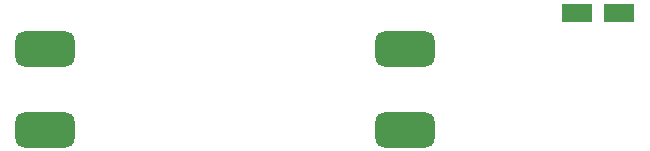
<source format=gbp>
%TF.GenerationSoftware,KiCad,Pcbnew,9.0.2*%
%TF.CreationDate,2025-07-07T16:52:20+05:30*%
%TF.ProjectId,Joystick,4a6f7973-7469-4636-9b2e-6b696361645f,rev?*%
%TF.SameCoordinates,Original*%
%TF.FileFunction,Paste,Bot*%
%TF.FilePolarity,Positive*%
%FSLAX46Y46*%
G04 Gerber Fmt 4.6, Leading zero omitted, Abs format (unit mm)*
G04 Created by KiCad (PCBNEW 9.0.2) date 2025-07-07 16:52:20*
%MOMM*%
%LPD*%
G01*
G04 APERTURE LIST*
G04 Aperture macros list*
%AMRoundRect*
0 Rectangle with rounded corners*
0 $1 Rounding radius*
0 $2 $3 $4 $5 $6 $7 $8 $9 X,Y pos of 4 corners*
0 Add a 4 corners polygon primitive as box body*
4,1,4,$2,$3,$4,$5,$6,$7,$8,$9,$2,$3,0*
0 Add four circle primitives for the rounded corners*
1,1,$1+$1,$2,$3*
1,1,$1+$1,$4,$5*
1,1,$1+$1,$6,$7*
1,1,$1+$1,$8,$9*
0 Add four rect primitives between the rounded corners*
20,1,$1+$1,$2,$3,$4,$5,0*
20,1,$1+$1,$4,$5,$6,$7,0*
20,1,$1+$1,$6,$7,$8,$9,0*
20,1,$1+$1,$8,$9,$2,$3,0*%
G04 Aperture macros list end*
%ADD10RoundRect,0.250000X-1.050000X-0.550000X1.050000X-0.550000X1.050000X0.550000X-1.050000X0.550000X0*%
%ADD11RoundRect,0.750000X-1.750000X-0.750000X1.750000X-0.750000X1.750000X0.750000X-1.750000X0.750000X0*%
G04 APERTURE END LIST*
D10*
%TO.C,C1*%
X172000000Y-115000000D03*
X175600000Y-115000000D03*
%TD*%
D11*
%TO.C,U3*%
X127000000Y-118100000D03*
X127000000Y-124900000D03*
X157500000Y-124900000D03*
X157500000Y-118100000D03*
%TD*%
M02*

</source>
